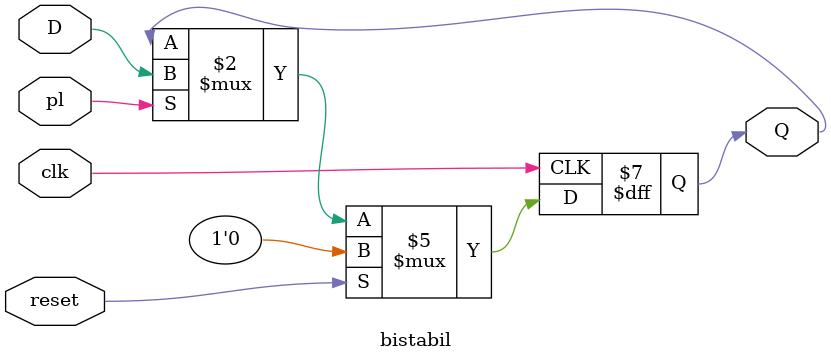
<source format=v>
`timescale 1ns / 1ps


module bistabil(clk, reset, pl, D, Q);
    input clk, reset, pl, D;
    output reg Q;
    
    always@(posedge clk) begin
        if(reset)
            Q = 0;
        else
            if(pl)
                Q <= D;
    end
endmodule

</source>
